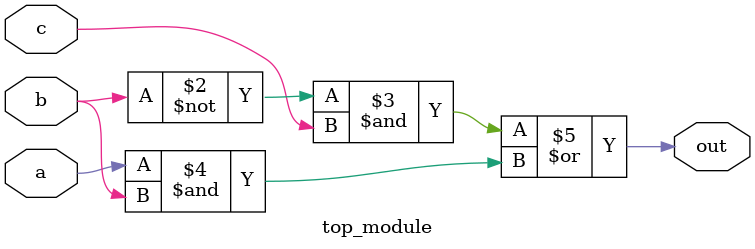
<source format=sv>
module top_module(
    input a, 
    input b,
    input c,
    output reg out
);

always @(*) begin
    out = (~b & c) | (a & b);
end

endmodule

</source>
